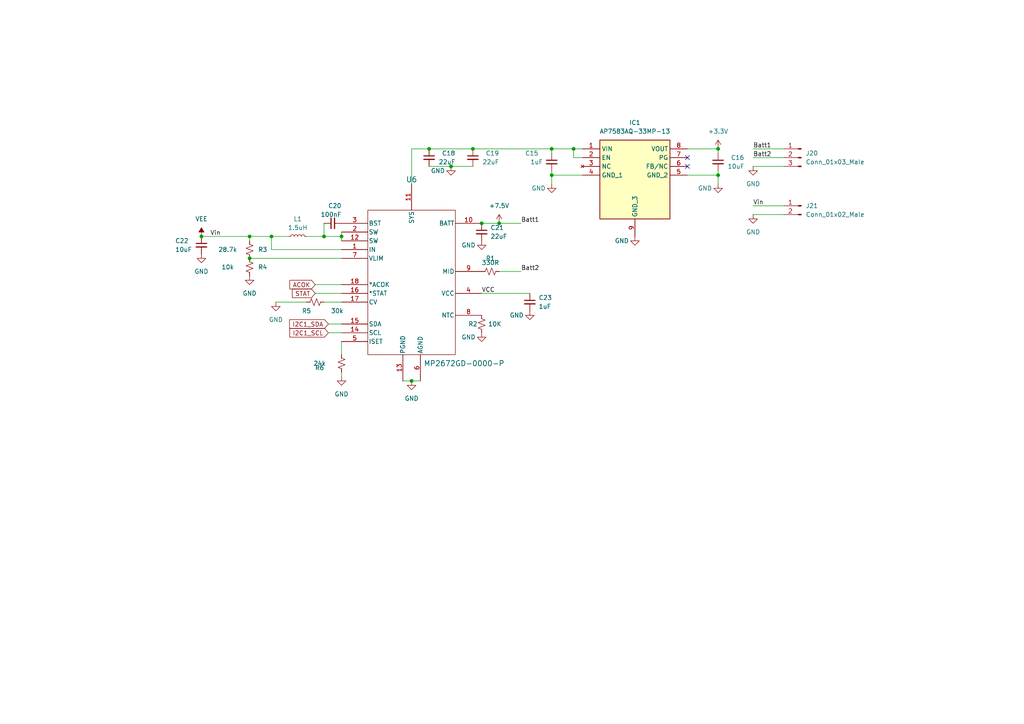
<source format=kicad_sch>
(kicad_sch (version 20250114) (generator "eeschema") (generator_version "9.0")
  (paper "A4")
  (lib_symbols
    (symbol "AP7583AQ-33MP-13:AP7583AQ-33MP-13"
      (property "Reference" "IC" (at 26.67 7.62 0))
      (property "Value" "AP7583AQ-33MP-13" (at 26.67 5.08 0))
      (symbol "AP7583AQ-33MP-13_1_1"
        (rectangle (start 5.08 2.54) (end 25.4 -20.32) (stroke (width 0.254)) (fill (type background)))
        (pin passive line (at 0 0 0) (length 5.08) (name "VIN") (number "1"))
        (pin passive line (at 0 -2.54 0) (length 5.08) (name "EN") (number "2"))
        (pin no_connect line (at 0 -5.08 0) (length 5.08) (name "NC") (number "3"))
        (pin passive line (at 0 -7.62 0) (length 5.08) (name "GND_1") (number "4"))
        (pin passive line (at 15.24 -25.4 90) (length 5.08) (name "GND_3") (number "9"))
        (pin passive line (at 30.48 0 180) (length 5.08) (name "VOUT") (number "8"))
        (pin passive line (at 30.48 -2.54 180) (length 5.08) (name "PG") (number "7"))
        (pin passive line (at 30.48 -5.08 180) (length 5.08) (name "FB/NC") (number "6"))
        (pin passive line (at 30.48 -7.62 180) (length 5.08) (name "GND_2") (number "5"))
      )
    )
    (symbol "Connector:Conn_01x02_Male" (pin_names (offset 1.016) (hide yes))
      (property "Reference" "J" (at 0 2.54 0))
      (property "Value" "Conn_01x02_Male" (at 0 -5.08 0))
      (symbol "Conn_01x02_Male_1_1"
        (rectangle (start 0.8636 0.127) (end 0 -0.127) (stroke (width 0.1524)) (fill (type outline)))
        (rectangle (start 0.8636 -2.413) (end 0 -2.667) (stroke (width 0.1524)) (fill (type outline)))
        (polyline (pts (xy 1.27 0) (xy 0.8636 0)) (stroke (width 0.1524)))
        (polyline (pts (xy 1.27 -2.54) (xy 0.8636 -2.54)) (stroke (width 0.1524)))
        (pin passive line (at 5.08 0 180) (length 3.81) (name "Pin_1") (number "1"))
        (pin passive line (at 5.08 -2.54 180) (length 3.81) (name "Pin_2") (number "2"))
      )
    )
    (symbol "Connector:Conn_01x03_Male" (pin_names (offset 1.016) (hide yes))
      (property "Reference" "J" (at 0 5.08 0))
      (property "Value" "Conn_01x03_Male" (at 0 -5.08 0))
      (symbol "Conn_01x03_Male_1_1"
        (rectangle (start 0.8636 2.667) (end 0 2.413) (stroke (width 0.1524)) (fill (type outline)))
        (rectangle (start 0.8636 0.127) (end 0 -0.127) (stroke (width 0.1524)) (fill (type outline)))
        (rectangle (start 0.8636 -2.413) (end 0 -2.667) (stroke (width 0.1524)) (fill (type outline)))
        (polyline (pts (xy 1.27 2.54) (xy 0.8636 2.54)) (stroke (width 0.1524)))
        (polyline (pts (xy 1.27 0) (xy 0.8636 0)) (stroke (width 0.1524)))
        (polyline (pts (xy 1.27 -2.54) (xy 0.8636 -2.54)) (stroke (width 0.1524)))
        (pin passive line (at 5.08 2.54 180) (length 3.81) (name "Pin_1") (number "1"))
        (pin passive line (at 5.08 0 180) (length 3.81) (name "Pin_2") (number "2"))
        (pin passive line (at 5.08 -2.54 180) (length 3.81) (name "Pin_3") (number "3"))
      )
    )
    (symbol "Device:C_Small" (pin_numbers (hide yes)) (pin_names (offset 0.254) (hide yes))
      (property "Reference" "C" (at 0.254 1.778 0))
      (property "Value" "C_Small" (at 0.254 -2.032 0))
      (symbol "C_Small_0_1"
        (polyline (pts (xy -1.524 0.508) (xy 1.524 0.508)) (stroke (width 0.3048)))
        (polyline (pts (xy -1.524 -0.508) (xy 1.524 -0.508)) (stroke (width 0.3302)))
      )
      (symbol "C_Small_1_1"
        (pin passive line (at 0 2.54 270) (length 2.032) (name "~") (number "1"))
        (pin passive line (at 0 -2.54 90) (length 2.032) (name "~") (number "2"))
      )
    )
    (symbol "Device:L_Small" (pin_numbers (hide yes)) (pin_names (offset 0.254) (hide yes))
      (property "Reference" "L" (at 0.762 1.016 0))
      (property "Value" "L_Small" (at 0.762 -1.016 0))
      (symbol "L_Small_0_1"
        (arc (start 0 2.032) (mid 0.5058 1.524) (end 0 1.016))
        (arc (start 0 1.016) (mid 0.5058 0.508) (end 0 0))
        (arc (start 0 0) (mid 0.5058 -0.508) (end 0 -1.016))
        (arc (start 0 -1.016) (mid 0.5058 -1.524) (end 0 -2.032))
      )
      (symbol "L_Small_1_1"
        (pin passive line (at 0 2.54 270) (length 0.508) (name "~") (number "1"))
        (pin passive line (at 0 -2.54 90) (length 0.508) (name "~") (number "2"))
      )
    )
    (symbol "Device:R_Small_US" (pin_numbers (hide yes)) (pin_names (offset 0.254) (hide yes))
      (property "Reference" "R" (at 0.762 0.508 0))
      (property "Value" "R_Small_US" (at 0.762 -1.016 0))
      (symbol "R_Small_US_1_1"
        (polyline (pts (xy 0 1.524) (xy 1.016 1.143) (xy 0 0.762) (xy -1.016 0.381) (xy 0 0)))
        (polyline (pts (xy 0 0) (xy 1.016 -0.381) (xy 0 -0.762) (xy -1.016 -1.143) (xy 0 -1.524)))
        (pin passive line (at 0 2.54 270) (length 1.016) (name "~") (number "1"))
        (pin passive line (at 0 -2.54 90) (length 1.016) (name "~") (number "2"))
      )
    )
    (symbol "MP2672:MP2672GD-0000-P" (pin_names (offset 0.254))
      (property "Reference" "U6" (at 20.32 11.43 0))
      (property "Value" "MP2672GD-0000-P" (at 45.72 -38.1 0))
      (symbol "MP2672GD-0000-P_0_1"
        (rectangle (start 7.62 2.54) (end 33.02 -39.37))
        (pin power_in line (at 0 -1.27 0) (length 7.62) (name "BST") (number "3"))
        (pin power_in line (at 0 -3.81 0) (length 7.62) (name "SW") (number "2"))
        (pin power_in line (at 0 -6.35 0) (length 7.62) (name "SW") (number "12"))
        (pin power_in line (at 0 -8.89 0) (length 7.62) (name "IN") (number "1"))
        (pin input line (at 0 -11.43 0) (length 7.62) (name "VLIM") (number "7"))
        (pin output line (at 0 -19.05 0) (length 7.62) (name "*ACOK") (number "18"))
        (pin output line (at 0 -21.59 0) (length 7.62) (name "*STAT") (number "16"))
        (pin input line (at 0 -24.13 0) (length 7.62) (name "CV") (number "17"))
        (pin bidirectional line (at 0 -30.48 0) (length 7.62) (name "SDA") (number "15"))
        (pin input line (at 0 -33.02 0) (length 7.62) (name "SCL") (number "14"))
        (pin input line (at 0 -35.56 0) (length 7.62) (name "ISET") (number "5"))
        (pin power_in line (at 17.78 -46.99 90) (length 7.62) (name "PGND") (number "13"))
        (pin power_in line (at 20.32 10.16 270) (length 7.62) (name "SYS") (number "11"))
        (pin power_in line (at 22.86 -46.99 90) (length 7.62) (name "AGND") (number "6"))
        (pin power_in line (at 40.64 -1.27 180) (length 7.62) (name "BATT") (number "10"))
        (pin power_in line (at 40.64 -15.24 180) (length 7.62) (name "MID") (number "9"))
        (pin power_in line (at 40.64 -21.59 180) (length 7.62) (name "VCC") (number "4"))
        (pin input line (at 40.64 -27.94 180) (length 7.62) (name "NTC") (number "8"))
      )
    )
    (symbol "power:+3.3V" (power) (pin_names (offset 0))
      (property "Value" "+3.3V" (at 0 3.556 0))
      (symbol "+3.3V_0_1"
        (polyline (pts (xy -0.762 1.27) (xy 0 2.54)))
        (polyline (pts (xy 0 2.54) (xy 0.762 1.27)))
        (polyline (pts (xy 0 0) (xy 0 2.54)))
      )
      (symbol "+3.3V_1_1"
        (pin power_in line (at 0 0 90) (length 0) (hide yes) (name "+3.3V") (number "1"))
      )
    )
    (symbol "power:+7.5V" (power) (pin_names (offset 0))
      (property "Value" "+7.5V" (at 0 3.556 0))
      (symbol "+7.5V_0_1"
        (polyline (pts (xy -0.762 1.27) (xy 0 2.54)))
        (polyline (pts (xy 0 2.54) (xy 0.762 1.27)))
        (polyline (pts (xy 0 0) (xy 0 2.54)))
      )
      (symbol "+7.5V_1_1"
        (pin power_in line (at 0 0 90) (length 0) (hide yes) (name "+7.5V") (number "1"))
      )
    )
    (symbol "power:GND" (power) (pin_names (offset 0))
      (property "Value" "GND" (at 0 -3.81 0))
      (symbol "GND_0_1"
        (polyline (pts (xy 0 0) (xy 0 -1.27) (xy 1.27 -1.27) (xy 0 -2.54) (xy -1.27 -1.27) (xy 0 -1.27)))
      )
      (symbol "GND_1_1"
        (pin power_in line (at 0 0 270) (length 0) (hide yes) (name "GND") (number "1"))
      )
    )
    (symbol "power:VEE" (power) (pin_names (offset 0))
      (property "Value" "VEE" (at 0 3.81 0))
      (symbol "VEE_0_1"
        (polyline (pts (xy 0 0) (xy 0 2.54)))
        (polyline (pts (xy 0.762 1.27) (xy -0.762 1.27) (xy 0 2.54) (xy 0.762 1.27)) (fill (type outline)))
      )
      (symbol "VEE_1_1"
        (pin power_in line (at 0 0 90) (length 0) (hide yes) (name "VEE") (number "1"))
      )
    )
  )
  (junction (at 99.06 68.58))
  (junction (at 160.02 50.8))
  (junction (at 208.28 50.8))
  (junction (at 166.37 43.18))
  (junction (at 139.7 64.77))
  (junction (at 130.81 48.26))
  (junction (at 93.98 68.58))
  (junction (at 144.78 64.77))
  (junction (at 160.02 43.18))
  (junction (at 124.46 43.18))
  (junction (at 119.38 110.49))
  (junction (at 58.42 68.58))
  (junction (at 72.39 74.93))
  (junction (at 137.16 43.18))
  (junction (at 208.28 43.18))
  (junction (at 72.39 68.58))
  (junction (at 78.74 68.58))
  (no_connect (at 199.39 48.26))
  (no_connect (at 199.39 45.72))
  (wire (pts (xy 93.98 87.63) (xy 99.06 87.63)))
  (wire (pts (xy 99.06 68.58) (xy 99.06 69.85)))
  (wire (pts (xy 99.06 102.87) (xy 99.06 99.06)))
  (wire (pts (xy 160.02 50.8) (xy 160.02 53.34)))
  (wire (pts (xy 144.78 78.74) (xy 151.13 78.74)))
  (wire (pts (xy 119.38 43.18) (xy 124.46 43.18)))
  (wire (pts (xy 139.7 64.77) (xy 144.78 64.77)))
  (wire (pts (xy 58.42 68.58) (xy 72.39 68.58)))
  (wire (pts (xy 93.98 68.58) (xy 99.06 68.58)))
  (wire (pts (xy 208.28 43.18) (xy 208.28 44.45)))
  (wire (pts (xy 124.46 43.18) (xy 137.16 43.18)))
  (wire (pts (xy 218.44 48.26) (xy 227.33 48.26)))
  (wire (pts (xy 99.06 67.31) (xy 99.06 68.58)))
  (wire (pts (xy 139.7 85.09) (xy 153.67 85.09)))
  (wire (pts (xy 160.02 43.18) (xy 166.37 43.18)))
  (wire (pts (xy 218.44 62.23) (xy 227.33 62.23)))
  (wire (pts (xy 137.16 43.18) (xy 160.02 43.18)))
  (wire (pts (xy 144.78 64.77) (xy 151.13 64.77)))
  (wire (pts (xy 88.9 68.58) (xy 93.98 68.58)))
  (wire (pts (xy 93.98 64.77) (xy 93.98 68.58)))
  (wire (pts (xy 95.25 93.98) (xy 99.06 93.98)))
  (wire (pts (xy 72.39 69.85) (xy 72.39 68.58)))
  (wire (pts (xy 130.81 48.26) (xy 137.16 48.26)))
  (wire (pts (xy 72.39 68.58) (xy 78.74 68.58)))
  (wire (pts (xy 95.25 96.52) (xy 99.06 96.52)))
  (wire (pts (xy 166.37 43.18) (xy 168.91 43.18)))
  (wire (pts (xy 218.44 59.69) (xy 227.33 59.69)))
  (wire (pts (xy 218.44 45.72) (xy 227.33 45.72)))
  (wire (pts (xy 80.01 87.63) (xy 88.9 87.63)))
  (wire (pts (xy 208.28 53.34) (xy 208.28 50.8)))
  (wire (pts (xy 99.06 109.22) (xy 99.06 107.95)))
  (wire (pts (xy 199.39 43.18) (xy 208.28 43.18)))
  (wire (pts (xy 160.02 49.53) (xy 160.02 50.8)))
  (wire (pts (xy 199.39 50.8) (xy 208.28 50.8)))
  (wire (pts (xy 119.38 43.18) (xy 119.38 53.34)))
  (wire (pts (xy 166.37 45.72) (xy 166.37 43.18)))
  (wire (pts (xy 218.44 43.18) (xy 227.33 43.18)))
  (wire (pts (xy 160.02 44.45) (xy 160.02 43.18)))
  (wire (pts (xy 91.44 82.55) (xy 99.06 82.55)))
  (wire (pts (xy 208.28 50.8) (xy 208.28 49.53)))
  (wire (pts (xy 78.74 68.58) (xy 83.82 68.58)))
  (wire (pts (xy 160.02 50.8) (xy 168.91 50.8)))
  (wire (pts (xy 78.74 68.58) (xy 78.74 72.39)))
  (wire (pts (xy 168.91 45.72) (xy 166.37 45.72)))
  (wire (pts (xy 91.44 85.09) (xy 99.06 85.09)))
  (wire (pts (xy 116.84 110.49) (xy 119.38 110.49)))
  (wire (pts (xy 124.46 48.26) (xy 130.81 48.26)))
  (wire (pts (xy 119.38 110.49) (xy 121.92 110.49)))
  (wire (pts (xy 78.74 72.39) (xy 99.06 72.39)))
  (wire (pts (xy 72.39 74.93) (xy 99.06 74.93)))
  (label "Batt1" (at 151.13 64.77 0))
  (label "Vin" (at 218.44 59.69 0))
  (label "Batt2" (at 151.13 78.74 0))
  (label "VCC" (at 139.7 85.09 0))
  (label "Batt2" (at 218.44 45.72 0))
  (label "Batt1" (at 218.44 43.18 0))
  (label "Vin" (at 60.96 68.58 0))
  (global_label "STAT" (shape input) (at 91.44 85.09 180) (property "Intersheetrefs" "${INTERSHEET_REFS}" (effects (hide yes))))
  (global_label "I2C1_SCL" (shape input) (at 95.25 96.52 180) (property "Intersheetrefs" "${INTERSHEET_REFS}" (effects (hide yes))))
  (global_label "I2C1_SDA" (shape input) (at 95.25 93.98 180) (property "Intersheetrefs" "${INTERSHEET_REFS}" (effects (hide yes))))
  (global_label "ACOK" (shape input) (at 91.44 82.55 180) (property "Intersheetrefs" "${INTERSHEET_REFS}" (effects (hide yes))))
  (symbol (lib_id "Device:C_Small") (at 153.67 87.63 0) (unit 1)
    (property "Reference" "C23" (at 156.21 86.36 0) (effects (justify left)))
    (property "Value" "1uF" (at 156.21 88.9 0) (effects (justify left)))
    (property "Footprint" "Capacitor_SMD:C_0805_2012Metric_Pad1.18x1.45mm_HandSolder" (effects (hide yes)))
  )
  (symbol (lib_id "Device:C_Small") (at 96.52 64.77 90) (unit 1)
    (property "Reference" "C20" (at 99.06 59.69 90) (effects (justify left)))
    (property "Value" "100nF" (at 99.06 62.23 90) (effects (justify left)))
    (property "Footprint" "Capacitor_SMD:C_0805_2012Metric_Pad1.18x1.45mm_HandSolder" (effects (hide yes)))
  )
  (symbol (lib_id "Device:C_Small") (at 208.28 46.99 0) (mirror y) (unit 1)
    (property "Reference" "C16" (at 215.9 45.72 0) (effects (justify left)))
    (property "Value" "10uF" (at 215.9 48.26 0) (effects (justify left)))
    (property "Footprint" "Capacitor_SMD:C_0805_2012Metric_Pad1.18x1.45mm_HandSolder" (effects (hide yes)))
  )
  (symbol (lib_id "AP7583AQ-33MP-13:AP7583AQ-33MP-13") (at 168.91 43.18 0) (unit 1)
    (property "Reference" "IC1" (at 184.15 35.56 0))
    (property "Value" "AP7583AQ-33MP-13" (at 184.15 38.1 0))
    (property "Footprint" "SOP65P490X110-9N" (effects (hide yes)))
    (property "Datasheet" "https://www.diodes.com/assets/Datasheets/AP7583Q_AQ.pdf" (effects (hide yes)))
    (property "Description" "Linear Voltage Regulator IC Positive Fixed 1 Output 300mA 8-MSOP-EP" (effects (hide yes)))
    (property "Height" "1.1" (effects (hide yes)))
    (property "Mouser Part Number" "621-AP7583AQ-33MP-13" (effects (hide yes)))
    (property "Mouser Price/Stock" "https://www.mouser.co.uk/ProductDetail/Diodes-Incorporated/AP7583AQ-33MP-13?qs=rQFj71Wb1eXNp2QClIMzDQ%3D%3D" (effects (hide yes)))
    (property "Manufacturer_Name" "Diodes Incorporated" (effects (hide yes)))
    (property "Manufacturer_Part_Number" "AP7583AQ-33MP-13" (effects (hide yes)))
  )
  (symbol (lib_id "power:GND") (at 208.28 53.34 0) (unit 1)
    (property "Reference" "#PWR0139" (effects (hide yes)))
    (property "Value" "GND" (at 204.47 54.61 0))
  )
  (symbol (lib_id "Device:R_Small_US") (at 72.39 72.39 180) (unit 1)
    (property "Reference" "R3" (at 76.2 72.39 0))
    (property "Value" "28.7k" (at 66.04 72.39 0))
    (property "Footprint" "Resistor_SMD:R_0805_2012Metric_Pad1.20x1.40mm_HandSolder" (effects (hide yes)))
  )
  (symbol (lib_id "Connector:Conn_01x02_Male") (at 232.41 59.69 0) (mirror y) (unit 1)
    (property "Reference" "J21" (at 233.68 59.6899 0) (effects (justify right)))
    (property "Value" "Conn_01x02_Male" (at 233.68 62.2299 0) (effects (justify right)))
    (property "Footprint" "Connector_JST:JST_PH_S2B-PH-K_1x02_P2.00mm_Horizontal" (effects (hide yes)))
  )
  (symbol (lib_id "Device:C_Small") (at 139.7 67.31 0) (unit 1)
    (property "Reference" "C21" (at 142.24 66.0462 0) (effects (justify left)))
    (property "Value" "22uF" (at 142.24 68.58 0) (effects (justify left)))
    (property "Footprint" "Capacitor_SMD:C_0805_2012Metric_Pad1.18x1.45mm_HandSolder" (effects (hide yes)))
  )
  (symbol (lib_id "power:GND") (at 184.15 68.58 0) (unit 1)
    (property "Reference" "#PWR0140" (effects (hide yes)))
    (property "Value" "GND" (at 180.34 69.85 0))
  )
  (symbol (lib_id "Device:C_Small") (at 137.16 45.72 0) (mirror y) (unit 1)
    (property "Reference" "C19" (at 144.78 44.45 0) (effects (justify left)))
    (property "Value" "22uF" (at 144.78 46.99 0) (effects (justify left)))
    (property "Footprint" "Capacitor_SMD:C_0805_2012Metric_Pad1.18x1.45mm_HandSolder" (effects (hide yes)))
  )
  (symbol (lib_id "power:GND") (at 218.44 62.23 0) (unit 1)
    (property "Reference" "#PWR0133" (effects (hide yes)))
    (property "Value" "GND" (at 218.44 67.31 0))
  )
  (symbol (lib_id "power:GND") (at 139.7 96.52 0) (unit 1)
    (property "Reference" "#PWR0137" (effects (hide yes)))
    (property "Value" "GND" (at 135.89 97.79 0))
  )
  (symbol (lib_id "Device:R_Small_US") (at 139.7 93.98 0) (unit 1)
    (property "Reference" "R2" (at 137.16 93.98 0))
    (property "Value" "10K" (at 143.51 93.98 0))
    (property "Footprint" "Resistor_SMD:R_0805_2012Metric_Pad1.20x1.40mm_HandSolder" (effects (hide yes)))
  )
  (symbol (lib_id "power:+7.5V") (at 144.78 64.77 0) (unit 1)
    (property "Reference" "#PWR0136" (effects (hide yes)))
    (property "Value" "+7.5V" (at 144.78 59.69 0))
  )
  (symbol (lib_id "power:VEE") (at 58.42 68.58 0) (unit 1)
    (property "Reference" "#PWR0124" (effects (hide yes)))
    (property "Value" "VEE" (at 58.42 63.5 0))
  )
  (symbol (lib_id "power:GND") (at 72.39 80.01 0) (unit 1)
    (property "Reference" "#PWR0125" (effects (hide yes)))
    (property "Value" "GND" (at 72.39 85.09 0))
  )
  (symbol (lib_id "power:GND") (at 139.7 69.85 0) (unit 1)
    (property "Reference" "#PWR0130" (effects (hide yes)))
    (property "Value" "GND" (at 135.89 71.12 0))
  )
  (symbol (lib_id "power:GND") (at 160.02 53.34 0) (unit 1)
    (property "Reference" "#PWR0138" (effects (hide yes)))
    (property "Value" "GND" (at 156.21 54.61 0))
  )
  (symbol (lib_id "Device:L_Small") (at 86.36 68.58 90) (unit 1)
    (property "Reference" "L1" (at 86.36 63.5 90))
    (property "Value" "1.5uH" (at 86.36 66.04 90))
    (property "Footprint" "Inductor_SMD:L_Vishay_IHLP-2525" (effects (hide yes)))
  )
  (symbol (lib_id "power:GND") (at 58.42 73.66 0) (unit 1)
    (property "Reference" "#PWR0123" (effects (hide yes)))
    (property "Value" "GND" (at 58.42 78.74 0))
  )
  (symbol (lib_id "Device:C_Small") (at 124.46 45.72 0) (mirror y) (unit 1)
    (property "Reference" "C18" (at 132.08 44.45 0) (effects (justify left)))
    (property "Value" "22uF" (at 132.08 46.99 0) (effects (justify left)))
    (property "Footprint" "Capacitor_SMD:C_0805_2012Metric_Pad1.18x1.45mm_HandSolder" (effects (hide yes)))
  )
  (symbol (lib_id "Device:C_Small") (at 160.02 46.99 0) (mirror y) (unit 1)
    (property "Reference" "C15" (at 156.21 44.45 0) (effects (justify left)))
    (property "Value" "1uF" (at 157.48 46.99 0) (effects (justify left)))
    (property "Footprint" "Capacitor_SMD:C_0805_2012Metric_Pad1.18x1.45mm_HandSolder" (effects (hide yes)))
  )
  (symbol (lib_id "Device:R_Small_US") (at 142.24 78.74 90) (unit 1)
    (property "Reference" "R1" (at 142.24 74.93 90))
    (property "Value" "330R" (at 142.24 76.2 90))
    (property "Footprint" "Resistor_SMD:R_0805_2012Metric_Pad1.20x1.40mm_HandSolder" (effects (hide yes)))
  )
  (symbol (lib_id "Device:R_Small_US") (at 99.06 105.41 180) (unit 1)
    (property "Reference" "R6" (at 92.71 106.68 0))
    (property "Value" "24k" (at 92.71 105.41 0))
    (property "Footprint" "Resistor_SMD:R_0805_2012Metric_Pad1.20x1.40mm_HandSolder" (effects (hide yes)))
  )
  (symbol (lib_id "Device:R_Small_US") (at 91.44 87.63 90) (unit 1)
    (property "Reference" "R5" (at 88.9 90.17 90))
    (property "Value" "30k" (at 97.79 90.17 90))
    (property "Footprint" "Resistor_SMD:R_0805_2012Metric_Pad1.20x1.40mm_HandSolder" (effects (hide yes)))
  )
  (symbol (lib_id "Device:C_Small") (at 58.42 71.12 0) (unit 1)
    (property "Reference" "C22" (at 50.8 69.85 0) (effects (justify left)))
    (property "Value" "10uF" (at 50.8 72.39 0) (effects (justify left)))
    (property "Footprint" "Capacitor_SMD:C_0805_2012Metric_Pad1.18x1.45mm_HandSolder" (effects (hide yes)))
  )
  (symbol (lib_id "Connector:Conn_01x03_Male") (at 232.41 45.72 0) (mirror y) (unit 1)
    (property "Reference" "J20" (at 233.68 44.4499 0) (effects (justify right)))
    (property "Value" "Conn_01x03_Male" (at 233.68 46.9899 0) (effects (justify right)))
    (property "Footprint" "Connector_JST:JST_PH_S3B-PH-K_1x03_P2.00mm_Horizontal" (effects (hide yes)))
  )
  (symbol (lib_id "power:+3.3V") (at 208.28 43.18 0) (unit 1)
    (property "Reference" "#PWR0135" (effects (hide yes)))
    (property "Value" "+3.3V" (at 208.28 38.1 0))
  )
  (symbol (lib_id "Device:R_Small_US") (at 72.39 77.47 180) (unit 1)
    (property "Reference" "R4" (at 76.2 77.47 0))
    (property "Value" "10k" (at 66.04 77.47 0))
    (property "Footprint" "Resistor_SMD:R_0805_2012Metric_Pad1.20x1.40mm_HandSolder" (effects (hide yes)))
  )
  (symbol (lib_id "power:GND") (at 153.67 90.17 0) (unit 1)
    (property "Reference" "#PWR0127" (effects (hide yes)))
    (property "Value" "GND" (at 149.86 91.44 0))
  )
  (symbol (lib_id "power:GND") (at 119.38 110.49 0) (unit 1)
    (property "Reference" "#PWR0129" (effects (hide yes)))
    (property "Value" "GND" (at 119.38 115.57 0))
  )
  (symbol (lib_id "power:GND") (at 99.06 109.22 0) (unit 1)
    (property "Reference" "#PWR0128" (effects (hide yes)))
    (property "Value" "GND" (at 99.06 114.3 0))
  )
  (symbol (lib_id "power:GND") (at 218.44 48.26 0) (unit 1)
    (property "Reference" "#PWR0132" (effects (hide yes)))
    (property "Value" "GND" (at 218.44 53.34 0))
  )
  (symbol (lib_id "MP2672:MP2672GD-0000-P") (at 99.06 63.5 0) (unit 1)
    (property "Reference" "U6" (at 119.38 52.07 0) (effects (font (size 1.524 1.524))))
    (property "Value" "MP2672GD-0000-P" (at 134.62 105.41 0) (effects (font (size 1.524 1.524))))
    (property "Footprint" "imports:QFN-18_2MMx3MM_MP2672_MNP_MPS" (effects (hide yes)))
    (property "Datasheet" "MP2672GD-0000-P" (effects (hide yes)))
  )
  (symbol (lib_id "power:GND") (at 80.01 87.63 0) (unit 1)
    (property "Reference" "#PWR0126" (effects (hide yes)))
    (property "Value" "GND" (at 80.01 92.71 0))
  )
  (symbol (lib_id "power:GND") (at 130.81 48.26 0) (unit 1)
    (property "Reference" "#PWR0131" (effects (hide yes)))
    (property "Value" "GND" (at 127 49.53 0))
  )
)
</source>
